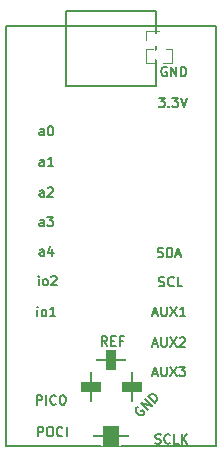
<source format=gbr>
%TF.GenerationSoftware,KiCad,Pcbnew,8.0.4-unknown-202407232306~396e531e7c~ubuntu22.04.1*%
%TF.CreationDate,2024-09-04T14:28:47+01:00*%
%TF.ProjectId,CONTROLLER_teensy4,434f4e54-524f-44c4-9c45-525f7465656e,rev?*%
%TF.SameCoordinates,Original*%
%TF.FileFunction,Legend,Top*%
%TF.FilePolarity,Positive*%
%FSLAX46Y46*%
G04 Gerber Fmt 4.6, Leading zero omitted, Abs format (unit mm)*
G04 Created by KiCad (PCBNEW 8.0.4-unknown-202407232306~396e531e7c~ubuntu22.04.1) date 2024-09-04 14:28:47*
%MOMM*%
%LPD*%
G01*
G04 APERTURE LIST*
G04 Aperture macros list*
%AMRoundRect*
0 Rectangle with rounded corners*
0 $1 Rounding radius*
0 $2 $3 $4 $5 $6 $7 $8 $9 X,Y pos of 4 corners*
0 Add a 4 corners polygon primitive as box body*
4,1,4,$2,$3,$4,$5,$6,$7,$8,$9,$2,$3,0*
0 Add four circle primitives for the rounded corners*
1,1,$1+$1,$2,$3*
1,1,$1+$1,$4,$5*
1,1,$1+$1,$6,$7*
1,1,$1+$1,$8,$9*
0 Add four rect primitives between the rounded corners*
20,1,$1+$1,$2,$3,$4,$5,0*
20,1,$1+$1,$4,$5,$6,$7,0*
20,1,$1+$1,$6,$7,$8,$9,0*
20,1,$1+$1,$8,$9,$2,$3,0*%
G04 Aperture macros list end*
%ADD10C,0.200000*%
%ADD11C,0.150000*%
%ADD12C,0.120000*%
%ADD13C,1.600000*%
%ADD14R,1.000000X1.000000*%
%ADD15O,1.000000X1.000000*%
%ADD16RoundRect,0.800000X-0.050000X-0.450000X0.050000X-0.450000X0.050000X0.450000X-0.050000X0.450000X0*%
%ADD17RoundRect,0.800000X-0.450000X0.050000X-0.450000X-0.050000X0.450000X-0.050000X0.450000X0.050000X0*%
%ADD18RoundRect,0.800000X-0.700000X0.050000X-0.700000X-0.050000X0.700000X-0.050000X0.700000X0.050000X0*%
G04 APERTURE END LIST*
D10*
X103528571Y-95631123D02*
X103909524Y-95631123D01*
X103452381Y-95859695D02*
X103719048Y-95059695D01*
X103719048Y-95059695D02*
X103985714Y-95859695D01*
X104252381Y-95059695D02*
X104252381Y-95707314D01*
X104252381Y-95707314D02*
X104290476Y-95783504D01*
X104290476Y-95783504D02*
X104328571Y-95821600D01*
X104328571Y-95821600D02*
X104404762Y-95859695D01*
X104404762Y-95859695D02*
X104557143Y-95859695D01*
X104557143Y-95859695D02*
X104633333Y-95821600D01*
X104633333Y-95821600D02*
X104671428Y-95783504D01*
X104671428Y-95783504D02*
X104709524Y-95707314D01*
X104709524Y-95707314D02*
X104709524Y-95059695D01*
X105014285Y-95059695D02*
X105547619Y-95859695D01*
X105547619Y-95059695D02*
X105014285Y-95859695D01*
X105776190Y-95059695D02*
X106271428Y-95059695D01*
X106271428Y-95059695D02*
X106004762Y-95364457D01*
X106004762Y-95364457D02*
X106119047Y-95364457D01*
X106119047Y-95364457D02*
X106195238Y-95402552D01*
X106195238Y-95402552D02*
X106233333Y-95440647D01*
X106233333Y-95440647D02*
X106271428Y-95516838D01*
X106271428Y-95516838D02*
X106271428Y-95707314D01*
X106271428Y-95707314D02*
X106233333Y-95783504D01*
X106233333Y-95783504D02*
X106195238Y-95821600D01*
X106195238Y-95821600D02*
X106119047Y-95859695D01*
X106119047Y-95859695D02*
X105890476Y-95859695D01*
X105890476Y-95859695D02*
X105814285Y-95821600D01*
X105814285Y-95821600D02*
X105776190Y-95783504D01*
X93757143Y-90759695D02*
X93757143Y-90226361D01*
X93757143Y-89959695D02*
X93719047Y-89997790D01*
X93719047Y-89997790D02*
X93757143Y-90035885D01*
X93757143Y-90035885D02*
X93795238Y-89997790D01*
X93795238Y-89997790D02*
X93757143Y-89959695D01*
X93757143Y-89959695D02*
X93757143Y-90035885D01*
X94252380Y-90759695D02*
X94176190Y-90721600D01*
X94176190Y-90721600D02*
X94138095Y-90683504D01*
X94138095Y-90683504D02*
X94099999Y-90607314D01*
X94099999Y-90607314D02*
X94099999Y-90378742D01*
X94099999Y-90378742D02*
X94138095Y-90302552D01*
X94138095Y-90302552D02*
X94176190Y-90264457D01*
X94176190Y-90264457D02*
X94252380Y-90226361D01*
X94252380Y-90226361D02*
X94366666Y-90226361D01*
X94366666Y-90226361D02*
X94442857Y-90264457D01*
X94442857Y-90264457D02*
X94480952Y-90302552D01*
X94480952Y-90302552D02*
X94519047Y-90378742D01*
X94519047Y-90378742D02*
X94519047Y-90607314D01*
X94519047Y-90607314D02*
X94480952Y-90683504D01*
X94480952Y-90683504D02*
X94442857Y-90721600D01*
X94442857Y-90721600D02*
X94366666Y-90759695D01*
X94366666Y-90759695D02*
X94252380Y-90759695D01*
X95280952Y-90759695D02*
X94823809Y-90759695D01*
X95052381Y-90759695D02*
X95052381Y-89959695D01*
X95052381Y-89959695D02*
X94976190Y-90073980D01*
X94976190Y-90073980D02*
X94900000Y-90150171D01*
X94900000Y-90150171D02*
X94823809Y-90188266D01*
X93780953Y-100959695D02*
X93780953Y-100159695D01*
X93780953Y-100159695D02*
X94085715Y-100159695D01*
X94085715Y-100159695D02*
X94161905Y-100197790D01*
X94161905Y-100197790D02*
X94200000Y-100235885D01*
X94200000Y-100235885D02*
X94238096Y-100312076D01*
X94238096Y-100312076D02*
X94238096Y-100426361D01*
X94238096Y-100426361D02*
X94200000Y-100502552D01*
X94200000Y-100502552D02*
X94161905Y-100540647D01*
X94161905Y-100540647D02*
X94085715Y-100578742D01*
X94085715Y-100578742D02*
X93780953Y-100578742D01*
X94733334Y-100159695D02*
X94885715Y-100159695D01*
X94885715Y-100159695D02*
X94961905Y-100197790D01*
X94961905Y-100197790D02*
X95038096Y-100273980D01*
X95038096Y-100273980D02*
X95076191Y-100426361D01*
X95076191Y-100426361D02*
X95076191Y-100693028D01*
X95076191Y-100693028D02*
X95038096Y-100845409D01*
X95038096Y-100845409D02*
X94961905Y-100921600D01*
X94961905Y-100921600D02*
X94885715Y-100959695D01*
X94885715Y-100959695D02*
X94733334Y-100959695D01*
X94733334Y-100959695D02*
X94657143Y-100921600D01*
X94657143Y-100921600D02*
X94580953Y-100845409D01*
X94580953Y-100845409D02*
X94542857Y-100693028D01*
X94542857Y-100693028D02*
X94542857Y-100426361D01*
X94542857Y-100426361D02*
X94580953Y-100273980D01*
X94580953Y-100273980D02*
X94657143Y-100197790D01*
X94657143Y-100197790D02*
X94733334Y-100159695D01*
X95876191Y-100883504D02*
X95838095Y-100921600D01*
X95838095Y-100921600D02*
X95723810Y-100959695D01*
X95723810Y-100959695D02*
X95647619Y-100959695D01*
X95647619Y-100959695D02*
X95533333Y-100921600D01*
X95533333Y-100921600D02*
X95457143Y-100845409D01*
X95457143Y-100845409D02*
X95419048Y-100769219D01*
X95419048Y-100769219D02*
X95380952Y-100616838D01*
X95380952Y-100616838D02*
X95380952Y-100502552D01*
X95380952Y-100502552D02*
X95419048Y-100350171D01*
X95419048Y-100350171D02*
X95457143Y-100273980D01*
X95457143Y-100273980D02*
X95533333Y-100197790D01*
X95533333Y-100197790D02*
X95647619Y-100159695D01*
X95647619Y-100159695D02*
X95723810Y-100159695D01*
X95723810Y-100159695D02*
X95838095Y-100197790D01*
X95838095Y-100197790D02*
X95876191Y-100235885D01*
X96219048Y-100959695D02*
X96219048Y-100159695D01*
X99642857Y-93259695D02*
X99376190Y-92878742D01*
X99185714Y-93259695D02*
X99185714Y-92459695D01*
X99185714Y-92459695D02*
X99490476Y-92459695D01*
X99490476Y-92459695D02*
X99566666Y-92497790D01*
X99566666Y-92497790D02*
X99604761Y-92535885D01*
X99604761Y-92535885D02*
X99642857Y-92612076D01*
X99642857Y-92612076D02*
X99642857Y-92726361D01*
X99642857Y-92726361D02*
X99604761Y-92802552D01*
X99604761Y-92802552D02*
X99566666Y-92840647D01*
X99566666Y-92840647D02*
X99490476Y-92878742D01*
X99490476Y-92878742D02*
X99185714Y-92878742D01*
X99985714Y-92840647D02*
X100252380Y-92840647D01*
X100366666Y-93259695D02*
X99985714Y-93259695D01*
X99985714Y-93259695D02*
X99985714Y-92459695D01*
X99985714Y-92459695D02*
X100366666Y-92459695D01*
X100976190Y-92840647D02*
X100709524Y-92840647D01*
X100709524Y-93259695D02*
X100709524Y-92459695D01*
X100709524Y-92459695D02*
X101090476Y-92459695D01*
X94290476Y-80659695D02*
X94290476Y-80240647D01*
X94290476Y-80240647D02*
X94252381Y-80164457D01*
X94252381Y-80164457D02*
X94176190Y-80126361D01*
X94176190Y-80126361D02*
X94023809Y-80126361D01*
X94023809Y-80126361D02*
X93947619Y-80164457D01*
X94290476Y-80621600D02*
X94214285Y-80659695D01*
X94214285Y-80659695D02*
X94023809Y-80659695D01*
X94023809Y-80659695D02*
X93947619Y-80621600D01*
X93947619Y-80621600D02*
X93909523Y-80545409D01*
X93909523Y-80545409D02*
X93909523Y-80469219D01*
X93909523Y-80469219D02*
X93947619Y-80393028D01*
X93947619Y-80393028D02*
X94023809Y-80354933D01*
X94023809Y-80354933D02*
X94214285Y-80354933D01*
X94214285Y-80354933D02*
X94290476Y-80316838D01*
X94633333Y-79935885D02*
X94671429Y-79897790D01*
X94671429Y-79897790D02*
X94747619Y-79859695D01*
X94747619Y-79859695D02*
X94938095Y-79859695D01*
X94938095Y-79859695D02*
X95014286Y-79897790D01*
X95014286Y-79897790D02*
X95052381Y-79935885D01*
X95052381Y-79935885D02*
X95090476Y-80012076D01*
X95090476Y-80012076D02*
X95090476Y-80088266D01*
X95090476Y-80088266D02*
X95052381Y-80202552D01*
X95052381Y-80202552D02*
X94595238Y-80659695D01*
X94595238Y-80659695D02*
X95090476Y-80659695D01*
X103747618Y-101521600D02*
X103861904Y-101559695D01*
X103861904Y-101559695D02*
X104052380Y-101559695D01*
X104052380Y-101559695D02*
X104128571Y-101521600D01*
X104128571Y-101521600D02*
X104166666Y-101483504D01*
X104166666Y-101483504D02*
X104204761Y-101407314D01*
X104204761Y-101407314D02*
X104204761Y-101331123D01*
X104204761Y-101331123D02*
X104166666Y-101254933D01*
X104166666Y-101254933D02*
X104128571Y-101216838D01*
X104128571Y-101216838D02*
X104052380Y-101178742D01*
X104052380Y-101178742D02*
X103899999Y-101140647D01*
X103899999Y-101140647D02*
X103823809Y-101102552D01*
X103823809Y-101102552D02*
X103785714Y-101064457D01*
X103785714Y-101064457D02*
X103747618Y-100988266D01*
X103747618Y-100988266D02*
X103747618Y-100912076D01*
X103747618Y-100912076D02*
X103785714Y-100835885D01*
X103785714Y-100835885D02*
X103823809Y-100797790D01*
X103823809Y-100797790D02*
X103899999Y-100759695D01*
X103899999Y-100759695D02*
X104090476Y-100759695D01*
X104090476Y-100759695D02*
X104204761Y-100797790D01*
X105004762Y-101483504D02*
X104966666Y-101521600D01*
X104966666Y-101521600D02*
X104852381Y-101559695D01*
X104852381Y-101559695D02*
X104776190Y-101559695D01*
X104776190Y-101559695D02*
X104661904Y-101521600D01*
X104661904Y-101521600D02*
X104585714Y-101445409D01*
X104585714Y-101445409D02*
X104547619Y-101369219D01*
X104547619Y-101369219D02*
X104509523Y-101216838D01*
X104509523Y-101216838D02*
X104509523Y-101102552D01*
X104509523Y-101102552D02*
X104547619Y-100950171D01*
X104547619Y-100950171D02*
X104585714Y-100873980D01*
X104585714Y-100873980D02*
X104661904Y-100797790D01*
X104661904Y-100797790D02*
X104776190Y-100759695D01*
X104776190Y-100759695D02*
X104852381Y-100759695D01*
X104852381Y-100759695D02*
X104966666Y-100797790D01*
X104966666Y-100797790D02*
X105004762Y-100835885D01*
X105728571Y-101559695D02*
X105347619Y-101559695D01*
X105347619Y-101559695D02*
X105347619Y-100759695D01*
X105995238Y-101559695D02*
X105995238Y-100759695D01*
X106452381Y-101559695D02*
X106109523Y-101102552D01*
X106452381Y-100759695D02*
X105995238Y-101216838D01*
X93857143Y-88159695D02*
X93857143Y-87626361D01*
X93857143Y-87359695D02*
X93819047Y-87397790D01*
X93819047Y-87397790D02*
X93857143Y-87435885D01*
X93857143Y-87435885D02*
X93895238Y-87397790D01*
X93895238Y-87397790D02*
X93857143Y-87359695D01*
X93857143Y-87359695D02*
X93857143Y-87435885D01*
X94352380Y-88159695D02*
X94276190Y-88121600D01*
X94276190Y-88121600D02*
X94238095Y-88083504D01*
X94238095Y-88083504D02*
X94199999Y-88007314D01*
X94199999Y-88007314D02*
X94199999Y-87778742D01*
X94199999Y-87778742D02*
X94238095Y-87702552D01*
X94238095Y-87702552D02*
X94276190Y-87664457D01*
X94276190Y-87664457D02*
X94352380Y-87626361D01*
X94352380Y-87626361D02*
X94466666Y-87626361D01*
X94466666Y-87626361D02*
X94542857Y-87664457D01*
X94542857Y-87664457D02*
X94580952Y-87702552D01*
X94580952Y-87702552D02*
X94619047Y-87778742D01*
X94619047Y-87778742D02*
X94619047Y-88007314D01*
X94619047Y-88007314D02*
X94580952Y-88083504D01*
X94580952Y-88083504D02*
X94542857Y-88121600D01*
X94542857Y-88121600D02*
X94466666Y-88159695D01*
X94466666Y-88159695D02*
X94352380Y-88159695D01*
X94923809Y-87435885D02*
X94961905Y-87397790D01*
X94961905Y-87397790D02*
X95038095Y-87359695D01*
X95038095Y-87359695D02*
X95228571Y-87359695D01*
X95228571Y-87359695D02*
X95304762Y-87397790D01*
X95304762Y-87397790D02*
X95342857Y-87435885D01*
X95342857Y-87435885D02*
X95380952Y-87512076D01*
X95380952Y-87512076D02*
X95380952Y-87588266D01*
X95380952Y-87588266D02*
X95342857Y-87702552D01*
X95342857Y-87702552D02*
X94885714Y-88159695D01*
X94885714Y-88159695D02*
X95380952Y-88159695D01*
X94290476Y-78059695D02*
X94290476Y-77640647D01*
X94290476Y-77640647D02*
X94252381Y-77564457D01*
X94252381Y-77564457D02*
X94176190Y-77526361D01*
X94176190Y-77526361D02*
X94023809Y-77526361D01*
X94023809Y-77526361D02*
X93947619Y-77564457D01*
X94290476Y-78021600D02*
X94214285Y-78059695D01*
X94214285Y-78059695D02*
X94023809Y-78059695D01*
X94023809Y-78059695D02*
X93947619Y-78021600D01*
X93947619Y-78021600D02*
X93909523Y-77945409D01*
X93909523Y-77945409D02*
X93909523Y-77869219D01*
X93909523Y-77869219D02*
X93947619Y-77793028D01*
X93947619Y-77793028D02*
X94023809Y-77754933D01*
X94023809Y-77754933D02*
X94214285Y-77754933D01*
X94214285Y-77754933D02*
X94290476Y-77716838D01*
X95090476Y-78059695D02*
X94633333Y-78059695D01*
X94861905Y-78059695D02*
X94861905Y-77259695D01*
X94861905Y-77259695D02*
X94785714Y-77373980D01*
X94785714Y-77373980D02*
X94709524Y-77450171D01*
X94709524Y-77450171D02*
X94633333Y-77488266D01*
X93680953Y-98259695D02*
X93680953Y-97459695D01*
X93680953Y-97459695D02*
X93985715Y-97459695D01*
X93985715Y-97459695D02*
X94061905Y-97497790D01*
X94061905Y-97497790D02*
X94100000Y-97535885D01*
X94100000Y-97535885D02*
X94138096Y-97612076D01*
X94138096Y-97612076D02*
X94138096Y-97726361D01*
X94138096Y-97726361D02*
X94100000Y-97802552D01*
X94100000Y-97802552D02*
X94061905Y-97840647D01*
X94061905Y-97840647D02*
X93985715Y-97878742D01*
X93985715Y-97878742D02*
X93680953Y-97878742D01*
X94480953Y-98259695D02*
X94480953Y-97459695D01*
X95319048Y-98183504D02*
X95280952Y-98221600D01*
X95280952Y-98221600D02*
X95166667Y-98259695D01*
X95166667Y-98259695D02*
X95090476Y-98259695D01*
X95090476Y-98259695D02*
X94976190Y-98221600D01*
X94976190Y-98221600D02*
X94900000Y-98145409D01*
X94900000Y-98145409D02*
X94861905Y-98069219D01*
X94861905Y-98069219D02*
X94823809Y-97916838D01*
X94823809Y-97916838D02*
X94823809Y-97802552D01*
X94823809Y-97802552D02*
X94861905Y-97650171D01*
X94861905Y-97650171D02*
X94900000Y-97573980D01*
X94900000Y-97573980D02*
X94976190Y-97497790D01*
X94976190Y-97497790D02*
X95090476Y-97459695D01*
X95090476Y-97459695D02*
X95166667Y-97459695D01*
X95166667Y-97459695D02*
X95280952Y-97497790D01*
X95280952Y-97497790D02*
X95319048Y-97535885D01*
X95814286Y-97459695D02*
X95966667Y-97459695D01*
X95966667Y-97459695D02*
X96042857Y-97497790D01*
X96042857Y-97497790D02*
X96119048Y-97573980D01*
X96119048Y-97573980D02*
X96157143Y-97726361D01*
X96157143Y-97726361D02*
X96157143Y-97993028D01*
X96157143Y-97993028D02*
X96119048Y-98145409D01*
X96119048Y-98145409D02*
X96042857Y-98221600D01*
X96042857Y-98221600D02*
X95966667Y-98259695D01*
X95966667Y-98259695D02*
X95814286Y-98259695D01*
X95814286Y-98259695D02*
X95738095Y-98221600D01*
X95738095Y-98221600D02*
X95661905Y-98145409D01*
X95661905Y-98145409D02*
X95623809Y-97993028D01*
X95623809Y-97993028D02*
X95623809Y-97726361D01*
X95623809Y-97726361D02*
X95661905Y-97573980D01*
X95661905Y-97573980D02*
X95738095Y-97497790D01*
X95738095Y-97497790D02*
X95814286Y-97459695D01*
X103928571Y-85721600D02*
X104042857Y-85759695D01*
X104042857Y-85759695D02*
X104233333Y-85759695D01*
X104233333Y-85759695D02*
X104309524Y-85721600D01*
X104309524Y-85721600D02*
X104347619Y-85683504D01*
X104347619Y-85683504D02*
X104385714Y-85607314D01*
X104385714Y-85607314D02*
X104385714Y-85531123D01*
X104385714Y-85531123D02*
X104347619Y-85454933D01*
X104347619Y-85454933D02*
X104309524Y-85416838D01*
X104309524Y-85416838D02*
X104233333Y-85378742D01*
X104233333Y-85378742D02*
X104080952Y-85340647D01*
X104080952Y-85340647D02*
X104004762Y-85302552D01*
X104004762Y-85302552D02*
X103966667Y-85264457D01*
X103966667Y-85264457D02*
X103928571Y-85188266D01*
X103928571Y-85188266D02*
X103928571Y-85112076D01*
X103928571Y-85112076D02*
X103966667Y-85035885D01*
X103966667Y-85035885D02*
X104004762Y-84997790D01*
X104004762Y-84997790D02*
X104080952Y-84959695D01*
X104080952Y-84959695D02*
X104271429Y-84959695D01*
X104271429Y-84959695D02*
X104385714Y-84997790D01*
X104728572Y-85759695D02*
X104728572Y-84959695D01*
X104728572Y-84959695D02*
X104919048Y-84959695D01*
X104919048Y-84959695D02*
X105033334Y-84997790D01*
X105033334Y-84997790D02*
X105109524Y-85073980D01*
X105109524Y-85073980D02*
X105147619Y-85150171D01*
X105147619Y-85150171D02*
X105185715Y-85302552D01*
X105185715Y-85302552D02*
X105185715Y-85416838D01*
X105185715Y-85416838D02*
X105147619Y-85569219D01*
X105147619Y-85569219D02*
X105109524Y-85645409D01*
X105109524Y-85645409D02*
X105033334Y-85721600D01*
X105033334Y-85721600D02*
X104919048Y-85759695D01*
X104919048Y-85759695D02*
X104728572Y-85759695D01*
X105490476Y-85531123D02*
X105871429Y-85531123D01*
X105414286Y-85759695D02*
X105680953Y-84959695D01*
X105680953Y-84959695D02*
X105947619Y-85759695D01*
X103528571Y-93131123D02*
X103909524Y-93131123D01*
X103452381Y-93359695D02*
X103719048Y-92559695D01*
X103719048Y-92559695D02*
X103985714Y-93359695D01*
X104252381Y-92559695D02*
X104252381Y-93207314D01*
X104252381Y-93207314D02*
X104290476Y-93283504D01*
X104290476Y-93283504D02*
X104328571Y-93321600D01*
X104328571Y-93321600D02*
X104404762Y-93359695D01*
X104404762Y-93359695D02*
X104557143Y-93359695D01*
X104557143Y-93359695D02*
X104633333Y-93321600D01*
X104633333Y-93321600D02*
X104671428Y-93283504D01*
X104671428Y-93283504D02*
X104709524Y-93207314D01*
X104709524Y-93207314D02*
X104709524Y-92559695D01*
X105014285Y-92559695D02*
X105547619Y-93359695D01*
X105547619Y-92559695D02*
X105014285Y-93359695D01*
X105814285Y-92635885D02*
X105852381Y-92597790D01*
X105852381Y-92597790D02*
X105928571Y-92559695D01*
X105928571Y-92559695D02*
X106119047Y-92559695D01*
X106119047Y-92559695D02*
X106195238Y-92597790D01*
X106195238Y-92597790D02*
X106233333Y-92635885D01*
X106233333Y-92635885D02*
X106271428Y-92712076D01*
X106271428Y-92712076D02*
X106271428Y-92788266D01*
X106271428Y-92788266D02*
X106233333Y-92902552D01*
X106233333Y-92902552D02*
X105776190Y-93359695D01*
X105776190Y-93359695D02*
X106271428Y-93359695D01*
X94290476Y-75459695D02*
X94290476Y-75040647D01*
X94290476Y-75040647D02*
X94252381Y-74964457D01*
X94252381Y-74964457D02*
X94176190Y-74926361D01*
X94176190Y-74926361D02*
X94023809Y-74926361D01*
X94023809Y-74926361D02*
X93947619Y-74964457D01*
X94290476Y-75421600D02*
X94214285Y-75459695D01*
X94214285Y-75459695D02*
X94023809Y-75459695D01*
X94023809Y-75459695D02*
X93947619Y-75421600D01*
X93947619Y-75421600D02*
X93909523Y-75345409D01*
X93909523Y-75345409D02*
X93909523Y-75269219D01*
X93909523Y-75269219D02*
X93947619Y-75193028D01*
X93947619Y-75193028D02*
X94023809Y-75154933D01*
X94023809Y-75154933D02*
X94214285Y-75154933D01*
X94214285Y-75154933D02*
X94290476Y-75116838D01*
X94823810Y-74659695D02*
X94900000Y-74659695D01*
X94900000Y-74659695D02*
X94976191Y-74697790D01*
X94976191Y-74697790D02*
X95014286Y-74735885D01*
X95014286Y-74735885D02*
X95052381Y-74812076D01*
X95052381Y-74812076D02*
X95090476Y-74964457D01*
X95090476Y-74964457D02*
X95090476Y-75154933D01*
X95090476Y-75154933D02*
X95052381Y-75307314D01*
X95052381Y-75307314D02*
X95014286Y-75383504D01*
X95014286Y-75383504D02*
X94976191Y-75421600D01*
X94976191Y-75421600D02*
X94900000Y-75459695D01*
X94900000Y-75459695D02*
X94823810Y-75459695D01*
X94823810Y-75459695D02*
X94747619Y-75421600D01*
X94747619Y-75421600D02*
X94709524Y-75383504D01*
X94709524Y-75383504D02*
X94671429Y-75307314D01*
X94671429Y-75307314D02*
X94633333Y-75154933D01*
X94633333Y-75154933D02*
X94633333Y-74964457D01*
X94633333Y-74964457D02*
X94671429Y-74812076D01*
X94671429Y-74812076D02*
X94709524Y-74735885D01*
X94709524Y-74735885D02*
X94747619Y-74697790D01*
X94747619Y-74697790D02*
X94823810Y-74659695D01*
X104690476Y-69697790D02*
X104614286Y-69659695D01*
X104614286Y-69659695D02*
X104500000Y-69659695D01*
X104500000Y-69659695D02*
X104385714Y-69697790D01*
X104385714Y-69697790D02*
X104309524Y-69773980D01*
X104309524Y-69773980D02*
X104271429Y-69850171D01*
X104271429Y-69850171D02*
X104233333Y-70002552D01*
X104233333Y-70002552D02*
X104233333Y-70116838D01*
X104233333Y-70116838D02*
X104271429Y-70269219D01*
X104271429Y-70269219D02*
X104309524Y-70345409D01*
X104309524Y-70345409D02*
X104385714Y-70421600D01*
X104385714Y-70421600D02*
X104500000Y-70459695D01*
X104500000Y-70459695D02*
X104576191Y-70459695D01*
X104576191Y-70459695D02*
X104690476Y-70421600D01*
X104690476Y-70421600D02*
X104728572Y-70383504D01*
X104728572Y-70383504D02*
X104728572Y-70116838D01*
X104728572Y-70116838D02*
X104576191Y-70116838D01*
X105071429Y-70459695D02*
X105071429Y-69659695D01*
X105071429Y-69659695D02*
X105528572Y-70459695D01*
X105528572Y-70459695D02*
X105528572Y-69659695D01*
X105909524Y-70459695D02*
X105909524Y-69659695D01*
X105909524Y-69659695D02*
X106100000Y-69659695D01*
X106100000Y-69659695D02*
X106214286Y-69697790D01*
X106214286Y-69697790D02*
X106290476Y-69773980D01*
X106290476Y-69773980D02*
X106328571Y-69850171D01*
X106328571Y-69850171D02*
X106366667Y-70002552D01*
X106366667Y-70002552D02*
X106366667Y-70116838D01*
X106366667Y-70116838D02*
X106328571Y-70269219D01*
X106328571Y-70269219D02*
X106290476Y-70345409D01*
X106290476Y-70345409D02*
X106214286Y-70421600D01*
X106214286Y-70421600D02*
X106100000Y-70459695D01*
X106100000Y-70459695D02*
X105909524Y-70459695D01*
X104047618Y-88221600D02*
X104161904Y-88259695D01*
X104161904Y-88259695D02*
X104352380Y-88259695D01*
X104352380Y-88259695D02*
X104428571Y-88221600D01*
X104428571Y-88221600D02*
X104466666Y-88183504D01*
X104466666Y-88183504D02*
X104504761Y-88107314D01*
X104504761Y-88107314D02*
X104504761Y-88031123D01*
X104504761Y-88031123D02*
X104466666Y-87954933D01*
X104466666Y-87954933D02*
X104428571Y-87916838D01*
X104428571Y-87916838D02*
X104352380Y-87878742D01*
X104352380Y-87878742D02*
X104199999Y-87840647D01*
X104199999Y-87840647D02*
X104123809Y-87802552D01*
X104123809Y-87802552D02*
X104085714Y-87764457D01*
X104085714Y-87764457D02*
X104047618Y-87688266D01*
X104047618Y-87688266D02*
X104047618Y-87612076D01*
X104047618Y-87612076D02*
X104085714Y-87535885D01*
X104085714Y-87535885D02*
X104123809Y-87497790D01*
X104123809Y-87497790D02*
X104199999Y-87459695D01*
X104199999Y-87459695D02*
X104390476Y-87459695D01*
X104390476Y-87459695D02*
X104504761Y-87497790D01*
X105304762Y-88183504D02*
X105266666Y-88221600D01*
X105266666Y-88221600D02*
X105152381Y-88259695D01*
X105152381Y-88259695D02*
X105076190Y-88259695D01*
X105076190Y-88259695D02*
X104961904Y-88221600D01*
X104961904Y-88221600D02*
X104885714Y-88145409D01*
X104885714Y-88145409D02*
X104847619Y-88069219D01*
X104847619Y-88069219D02*
X104809523Y-87916838D01*
X104809523Y-87916838D02*
X104809523Y-87802552D01*
X104809523Y-87802552D02*
X104847619Y-87650171D01*
X104847619Y-87650171D02*
X104885714Y-87573980D01*
X104885714Y-87573980D02*
X104961904Y-87497790D01*
X104961904Y-87497790D02*
X105076190Y-87459695D01*
X105076190Y-87459695D02*
X105152381Y-87459695D01*
X105152381Y-87459695D02*
X105266666Y-87497790D01*
X105266666Y-87497790D02*
X105304762Y-87535885D01*
X106028571Y-88259695D02*
X105647619Y-88259695D01*
X105647619Y-88259695D02*
X105647619Y-87459695D01*
X103528571Y-90531123D02*
X103909524Y-90531123D01*
X103452381Y-90759695D02*
X103719048Y-89959695D01*
X103719048Y-89959695D02*
X103985714Y-90759695D01*
X104252381Y-89959695D02*
X104252381Y-90607314D01*
X104252381Y-90607314D02*
X104290476Y-90683504D01*
X104290476Y-90683504D02*
X104328571Y-90721600D01*
X104328571Y-90721600D02*
X104404762Y-90759695D01*
X104404762Y-90759695D02*
X104557143Y-90759695D01*
X104557143Y-90759695D02*
X104633333Y-90721600D01*
X104633333Y-90721600D02*
X104671428Y-90683504D01*
X104671428Y-90683504D02*
X104709524Y-90607314D01*
X104709524Y-90607314D02*
X104709524Y-89959695D01*
X105014285Y-89959695D02*
X105547619Y-90759695D01*
X105547619Y-89959695D02*
X105014285Y-90759695D01*
X106271428Y-90759695D02*
X105814285Y-90759695D01*
X106042857Y-90759695D02*
X106042857Y-89959695D01*
X106042857Y-89959695D02*
X105966666Y-90073980D01*
X105966666Y-90073980D02*
X105890476Y-90150171D01*
X105890476Y-90150171D02*
X105814285Y-90188266D01*
X104019047Y-72259695D02*
X104514285Y-72259695D01*
X104514285Y-72259695D02*
X104247619Y-72564457D01*
X104247619Y-72564457D02*
X104361904Y-72564457D01*
X104361904Y-72564457D02*
X104438095Y-72602552D01*
X104438095Y-72602552D02*
X104476190Y-72640647D01*
X104476190Y-72640647D02*
X104514285Y-72716838D01*
X104514285Y-72716838D02*
X104514285Y-72907314D01*
X104514285Y-72907314D02*
X104476190Y-72983504D01*
X104476190Y-72983504D02*
X104438095Y-73021600D01*
X104438095Y-73021600D02*
X104361904Y-73059695D01*
X104361904Y-73059695D02*
X104133333Y-73059695D01*
X104133333Y-73059695D02*
X104057142Y-73021600D01*
X104057142Y-73021600D02*
X104019047Y-72983504D01*
X104857143Y-72983504D02*
X104895238Y-73021600D01*
X104895238Y-73021600D02*
X104857143Y-73059695D01*
X104857143Y-73059695D02*
X104819047Y-73021600D01*
X104819047Y-73021600D02*
X104857143Y-72983504D01*
X104857143Y-72983504D02*
X104857143Y-73059695D01*
X105161904Y-72259695D02*
X105657142Y-72259695D01*
X105657142Y-72259695D02*
X105390476Y-72564457D01*
X105390476Y-72564457D02*
X105504761Y-72564457D01*
X105504761Y-72564457D02*
X105580952Y-72602552D01*
X105580952Y-72602552D02*
X105619047Y-72640647D01*
X105619047Y-72640647D02*
X105657142Y-72716838D01*
X105657142Y-72716838D02*
X105657142Y-72907314D01*
X105657142Y-72907314D02*
X105619047Y-72983504D01*
X105619047Y-72983504D02*
X105580952Y-73021600D01*
X105580952Y-73021600D02*
X105504761Y-73059695D01*
X105504761Y-73059695D02*
X105276190Y-73059695D01*
X105276190Y-73059695D02*
X105199999Y-73021600D01*
X105199999Y-73021600D02*
X105161904Y-72983504D01*
X105885714Y-72259695D02*
X106152381Y-73059695D01*
X106152381Y-73059695D02*
X106419047Y-72259695D01*
X94290476Y-83159695D02*
X94290476Y-82740647D01*
X94290476Y-82740647D02*
X94252381Y-82664457D01*
X94252381Y-82664457D02*
X94176190Y-82626361D01*
X94176190Y-82626361D02*
X94023809Y-82626361D01*
X94023809Y-82626361D02*
X93947619Y-82664457D01*
X94290476Y-83121600D02*
X94214285Y-83159695D01*
X94214285Y-83159695D02*
X94023809Y-83159695D01*
X94023809Y-83159695D02*
X93947619Y-83121600D01*
X93947619Y-83121600D02*
X93909523Y-83045409D01*
X93909523Y-83045409D02*
X93909523Y-82969219D01*
X93909523Y-82969219D02*
X93947619Y-82893028D01*
X93947619Y-82893028D02*
X94023809Y-82854933D01*
X94023809Y-82854933D02*
X94214285Y-82854933D01*
X94214285Y-82854933D02*
X94290476Y-82816838D01*
X94595238Y-82359695D02*
X95090476Y-82359695D01*
X95090476Y-82359695D02*
X94823810Y-82664457D01*
X94823810Y-82664457D02*
X94938095Y-82664457D01*
X94938095Y-82664457D02*
X95014286Y-82702552D01*
X95014286Y-82702552D02*
X95052381Y-82740647D01*
X95052381Y-82740647D02*
X95090476Y-82816838D01*
X95090476Y-82816838D02*
X95090476Y-83007314D01*
X95090476Y-83007314D02*
X95052381Y-83083504D01*
X95052381Y-83083504D02*
X95014286Y-83121600D01*
X95014286Y-83121600D02*
X94938095Y-83159695D01*
X94938095Y-83159695D02*
X94709524Y-83159695D01*
X94709524Y-83159695D02*
X94633333Y-83121600D01*
X94633333Y-83121600D02*
X94595238Y-83083504D01*
X102284596Y-98446592D02*
X102203784Y-98473530D01*
X102203784Y-98473530D02*
X102122972Y-98554342D01*
X102122972Y-98554342D02*
X102069097Y-98662092D01*
X102069097Y-98662092D02*
X102069097Y-98769841D01*
X102069097Y-98769841D02*
X102096035Y-98850653D01*
X102096035Y-98850653D02*
X102176847Y-98985340D01*
X102176847Y-98985340D02*
X102257659Y-99066153D01*
X102257659Y-99066153D02*
X102392346Y-99146965D01*
X102392346Y-99146965D02*
X102473158Y-99173902D01*
X102473158Y-99173902D02*
X102580908Y-99173902D01*
X102580908Y-99173902D02*
X102688657Y-99120027D01*
X102688657Y-99120027D02*
X102742532Y-99066153D01*
X102742532Y-99066153D02*
X102796407Y-98958403D01*
X102796407Y-98958403D02*
X102796407Y-98904528D01*
X102796407Y-98904528D02*
X102607845Y-98715966D01*
X102607845Y-98715966D02*
X102500096Y-98823716D01*
X103092718Y-98715966D02*
X102527033Y-98150281D01*
X102527033Y-98150281D02*
X103415967Y-98392718D01*
X103415967Y-98392718D02*
X102850282Y-97827032D01*
X103685341Y-98123344D02*
X103119656Y-97557658D01*
X103119656Y-97557658D02*
X103254343Y-97422971D01*
X103254343Y-97422971D02*
X103362092Y-97369097D01*
X103362092Y-97369097D02*
X103469842Y-97369097D01*
X103469842Y-97369097D02*
X103550654Y-97396034D01*
X103550654Y-97396034D02*
X103685341Y-97476846D01*
X103685341Y-97476846D02*
X103766153Y-97557658D01*
X103766153Y-97557658D02*
X103846966Y-97692345D01*
X103846966Y-97692345D02*
X103873903Y-97773158D01*
X103873903Y-97773158D02*
X103873903Y-97880907D01*
X103873903Y-97880907D02*
X103820028Y-97988657D01*
X103820028Y-97988657D02*
X103685341Y-98123344D01*
X94290476Y-85659695D02*
X94290476Y-85240647D01*
X94290476Y-85240647D02*
X94252381Y-85164457D01*
X94252381Y-85164457D02*
X94176190Y-85126361D01*
X94176190Y-85126361D02*
X94023809Y-85126361D01*
X94023809Y-85126361D02*
X93947619Y-85164457D01*
X94290476Y-85621600D02*
X94214285Y-85659695D01*
X94214285Y-85659695D02*
X94023809Y-85659695D01*
X94023809Y-85659695D02*
X93947619Y-85621600D01*
X93947619Y-85621600D02*
X93909523Y-85545409D01*
X93909523Y-85545409D02*
X93909523Y-85469219D01*
X93909523Y-85469219D02*
X93947619Y-85393028D01*
X93947619Y-85393028D02*
X94023809Y-85354933D01*
X94023809Y-85354933D02*
X94214285Y-85354933D01*
X94214285Y-85354933D02*
X94290476Y-85316838D01*
X95014286Y-85126361D02*
X95014286Y-85659695D01*
X94823810Y-84821600D02*
X94633333Y-85393028D01*
X94633333Y-85393028D02*
X95128572Y-85393028D01*
D11*
%TO.C,U1*%
X91110000Y-66220000D02*
X108890000Y-66220000D01*
X91110000Y-101780000D02*
X91110000Y-66220000D01*
X96190000Y-64950000D02*
X103810000Y-64950000D01*
X96190000Y-66220000D02*
X96190000Y-64950000D01*
X96190000Y-71300000D02*
X96190000Y-66220000D01*
X96190000Y-71300000D02*
X103810000Y-71300000D01*
X103810000Y-64950000D02*
X103810000Y-66220000D01*
X103810000Y-71300000D02*
X103810000Y-66220000D01*
X108890000Y-66220000D02*
X108890000Y-101780000D01*
X108890000Y-101780000D02*
X91110000Y-101780000D01*
D12*
%TO.C,J2*%
X102960000Y-66610000D02*
X104070000Y-66610000D01*
X102960000Y-67370000D02*
X102960000Y-66610000D01*
X102960000Y-68130000D02*
X102960000Y-69335000D01*
X102960000Y-68130000D02*
X103506529Y-68130000D01*
X102960000Y-69335000D02*
X103762470Y-69335000D01*
X104377530Y-69335000D02*
X105180000Y-69335000D01*
X104633471Y-68130000D02*
X105180000Y-68130000D01*
X105180000Y-68130000D02*
X105180000Y-69335000D01*
%TD*%
%LPC*%
D13*
%TO.C,U1*%
X92380000Y-67490000D03*
X92380000Y-70030000D03*
X92380000Y-72570000D03*
X92380000Y-75110000D03*
X92380000Y-77650000D03*
X92380000Y-80190000D03*
X92380000Y-82730000D03*
X92380000Y-85270000D03*
X92380000Y-87810000D03*
X92380000Y-90350000D03*
X92380000Y-92890000D03*
X92380000Y-95430000D03*
X92380000Y-97970000D03*
X92380000Y-100510000D03*
X107620000Y-100510000D03*
X107620000Y-97970000D03*
X107620000Y-95430000D03*
X107620000Y-92890000D03*
X107620000Y-90350000D03*
X107620000Y-87810000D03*
X107620000Y-85270000D03*
X107620000Y-82730000D03*
X107620000Y-80190000D03*
X107620000Y-77650000D03*
X107620000Y-75110000D03*
X107620000Y-72570000D03*
X107620000Y-70030000D03*
X107620000Y-67490000D03*
%TD*%
D14*
%TO.C,J2*%
X104070000Y-67370000D03*
D15*
X104070000Y-68640000D03*
%TD*%
D16*
%TO.C,J5*%
X101750000Y-96745000D03*
D17*
X100000000Y-94445000D03*
D16*
X98250000Y-96745000D03*
D18*
X100000000Y-100945000D03*
%TD*%
%LPD*%
M02*

</source>
